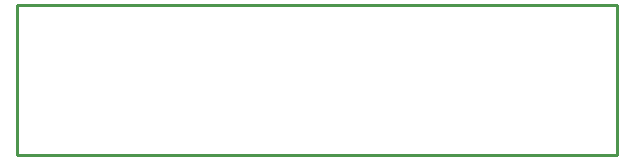
<source format=gm1>
G04*
G04 #@! TF.GenerationSoftware,Altium Limited,Altium Designer,18.1.9 (240)*
G04*
G04 Layer_Color=16711935*
%FSLAX24Y24*%
%MOIN*%
G70*
G01*
G75*
%ADD10C,0.0100*%
D10*
X0Y0D02*
X20000D01*
Y5000D01*
X0D02*
X20000D01*
X0Y1700D02*
Y5000D01*
Y0D02*
Y1700D01*
Y0D02*
X20000D01*
Y5000D01*
X0D02*
X20000D01*
X0Y1700D02*
Y5000D01*
Y0D02*
Y1700D01*
M02*

</source>
